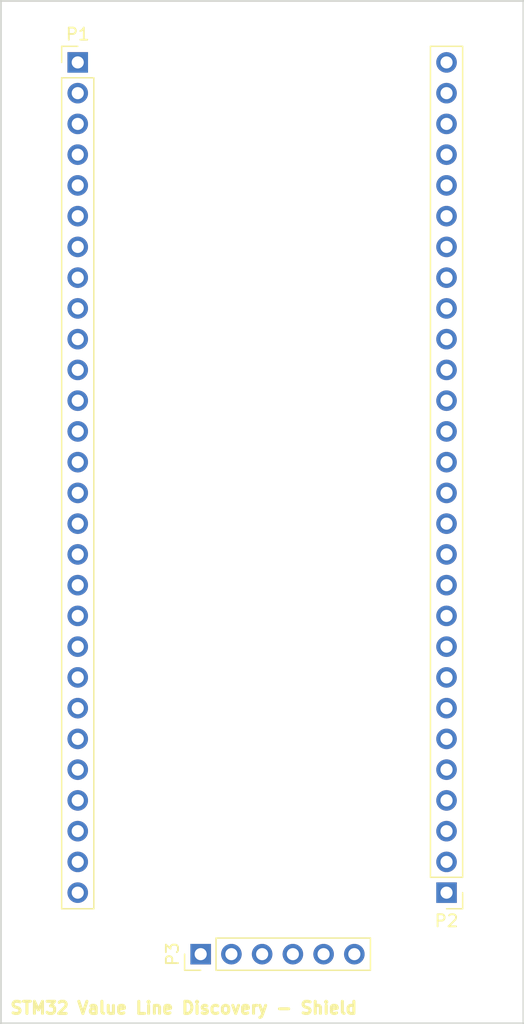
<source format=kicad_pcb>
(kicad_pcb (version 20240108) (generator "pcbnew") (generator_version "8.0")
  (title_block (title "STM32 Value Line Discovery - Shiled board") (rev "1.0"))
  (layers (0 "F.Cu" signal) (31 "B.Cu" signal) (34 "B.Paste" user) (35 "F.Paste" user) (36 "B.SilkS" user "B.Silkscreen") (37 "F.SilkS" user "F.Silkscreen") (38 "B.Mask" user) (39 "F.Mask" user) (44 "Edge.Cuts" user))
  (net 0 "")
  (net 1 "GND")
  (net 2 "/PB10")
  (net 3 "/PB11")
  (net 4 "/PB12")
  (net 5 "/PB13")
  (net 6 "/PB14")
  (net 7 "/PB15")
  (net 9 "+3V3")
  (net 10 "/VBAT")
  (net 11 "/PC13")
  (net 12 "/PC14")
  (net 13 "/PC15")
  (net 14 "/PD0")
  (net 15 "/PD1")
  (net 16 "/RST")
  (net 17 "/PC0")
  (net 18 "/PC1")
  (net 19 "/PC2")
  (net 20 "/PC3")
  (net 21 "/PA0")
  (net 22 "/PA1")
  (net 23 "/PA2")
  (net 24 "/PA3")
  (net 25 "/PA4")
  (net 26 "/PA5")
  (net 27 "/PA6")
  (net 28 "/PA7")
  (net 29 "/PC4")
  (net 30 "/PC5")
  (net 31 "/PB0")
  (net 32 "/PB1")
  (net 33 "/PB2")
  (net 35 "+5V")
  (net 36 "/PB9")
  (net 37 "/PB8")
  (net 38 "/BOOT")
  (net 39 "/PB7")
  (net 40 "/PB6")
  (net 41 "/PB5")
  (net 42 "/PB4")
  (net 43 "/PB3")
  (net 44 "/PD2")
  (net 45 "/PC12")
  (net 46 "/PC11")
  (net 47 "/PC10")
  (net 48 "/PA15")
  (net 49 "/PA14")
  (net 50 "/PA13")
  (net 51 "/PA12")
  (net 52 "/PA11")
  (net 53 "/PA10")
  (net 54 "/PA9")
  (net 55 "/PA8")
  (net 56 "/PC9")
  (net 57 "/PC8")
  (net 58 "/PC7")
  (net 59 "/PC6")
  (footprint "Connector_PinHeader_2.54mm:PinHeader_1x28_P2.54mm_Vertical" (layer "F.Cu") (at 39.37 39.37)
    (property "Reference" "P1" (at 0 -2.33 0) (layer "F.SilkS"))
    (property "Value" "CONN28")
    (fp_line (start -1.33 -1.33) (end 0 -1.33) (stroke (width 0.12)) (layer "F.SilkS"))
    (fp_line (start -1.33 0) (end -1.33 -1.33) (stroke (width 0.12)) (layer "F.SilkS"))
    (fp_line (start -1.33 1.27) (end -1.33 69.91) (stroke (width 0.12)) (layer "F.SilkS"))
    (fp_line (start -1.33 1.27) (end 1.33 1.27) (stroke (width 0.12)) (layer "F.SilkS"))
    (fp_line (start -1.33 69.91) (end 1.33 69.91) (stroke (width 0.12)) (layer "F.SilkS"))
    (fp_line (start 1.33 1.27) (end 1.33 69.91) (stroke (width 0.12)) (layer "F.SilkS"))
    (pad "1" thru_hole rect (at 0 0) (size 1.7 1.7) (drill 1) (layers "*.Cu" "*.Mask") (net 1 "GND"))
    (pad "2" thru_hole oval (at 0 2.54) (size 1.7 1.7) (drill 1) (layers "*.Cu" "*.Mask"))
    (pad "3" thru_hole oval (at 0 5.08) (size 1.7 1.7) (drill 1) (layers "*.Cu" "*.Mask") (net 9 "+3V3"))
    (pad "4" thru_hole oval (at 0 7.62) (size 1.7 1.7) (drill 1) (layers "*.Cu" "*.Mask") (net 10 "/VBAT"))
    (pad "5" thru_hole oval (at 0 10.16) (size 1.7 1.7) (drill 1) (layers "*.Cu" "*.Mask") (net 11 "/PC13"))
    (pad "6" thru_hole oval (at 0 12.7) (size 1.7 1.7) (drill 1) (layers "*.Cu" "*.Mask") (net 12 "/PC14"))
    (pad "7" thru_hole oval (at 0 15.24) (size 1.7 1.7) (drill 1) (layers "*.Cu" "*.Mask") (net 13 "/PC15"))
    (pad "8" thru_hole oval (at 0 17.78) (size 1.7 1.7) (drill 1) (layers "*.Cu" "*.Mask") (net 14 "/PD0"))
    (pad "9" thru_hole oval (at 0 20.32) (size 1.7 1.7) (drill 1) (layers "*.Cu" "*.Mask") (net 15 "/PD1"))
    (pad "10" thru_hole oval (at 0 22.86) (size 1.7 1.7) (drill 1) (layers "*.Cu" "*.Mask") (net 16 "/RST"))
    (pad "11" thru_hole oval (at 0 25.4) (size 1.7 1.7) (drill 1) (layers "*.Cu" "*.Mask") (net 17 "/PC0"))
    (pad "12" thru_hole oval (at 0 27.94) (size 1.7 1.7) (drill 1) (layers "*.Cu" "*.Mask") (net 18 "/PC1"))
    (pad "13" thru_hole oval (at 0 30.48) (size 1.7 1.7) (drill 1) (layers "*.Cu" "*.Mask") (net 19 "/PC2"))
    (pad "14" thru_hole oval (at 0 33.02) (size 1.7 1.7) (drill 1) (layers "*.Cu" "*.Mask") (net 20 "/PC3"))
    (pad "15" thru_hole oval (at 0 35.56) (size 1.7 1.7) (drill 1) (layers "*.Cu" "*.Mask") (net 21 "/PA0"))
    (pad "16" thru_hole oval (at 0 38.1) (size 1.7 1.7) (drill 1) (layers "*.Cu" "*.Mask") (net 22 "/PA1"))
    (pad "17" thru_hole oval (at 0 40.64) (size 1.7 1.7) (drill 1) (layers "*.Cu" "*.Mask") (net 23 "/PA2"))
    (pad "18" thru_hole oval (at 0 43.18) (size 1.7 1.7) (drill 1) (layers "*.Cu" "*.Mask") (net 24 "/PA3"))
    (pad "19" thru_hole oval (at 0 45.72) (size 1.7 1.7) (drill 1) (layers "*.Cu" "*.Mask") (net 25 "/PA4"))
    (pad "20" thru_hole oval (at 0 48.26) (size 1.7 1.7) (drill 1) (layers "*.Cu" "*.Mask") (net 26 "/PA5"))
    (pad "21" thru_hole oval (at 0 50.8) (size 1.7 1.7) (drill 1) (layers "*.Cu" "*.Mask") (net 27 "/PA6"))
    (pad "22" thru_hole oval (at 0 53.34) (size 1.7 1.7) (drill 1) (layers "*.Cu" "*.Mask") (net 28 "/PA7"))
    (pad "23" thru_hole oval (at 0 55.88) (size 1.7 1.7) (drill 1) (layers "*.Cu" "*.Mask") (net 29 "/PC4"))
    (pad "24" thru_hole oval (at 0 58.42) (size 1.7 1.7) (drill 1) (layers "*.Cu" "*.Mask") (net 30 "/PC5"))
    (pad "25" thru_hole oval (at 0 60.96) (size 1.7 1.7) (drill 1) (layers "*.Cu" "*.Mask") (net 31 "/PB0"))
    (pad "26" thru_hole oval (at 0 63.5) (size 1.7 1.7) (drill 1) (layers "*.Cu" "*.Mask") (net 32 "/PB1"))
    (pad "27" thru_hole oval (at 0 66.04) (size 1.7 1.7) (drill 1) (layers "*.Cu" "*.Mask") (net 33 "/PB2"))
    (pad "28" thru_hole oval (at 0 68.58) (size 1.7 1.7) (drill 1) (layers "*.Cu" "*.Mask") (net 1 "GND"))
  )
  (footprint "Connector_PinHeader_2.54mm:PinHeader_1x28_P2.54mm_Vertical" (layer "F.Cu") (at 69.85 107.95 180)
    (property "Reference" "P2" (at 0 -2.33 180) (layer "F.SilkS"))
    (property "Value" "CONN28")
    (fp_line (start 1.33 1.27) (end 1.33 69.91) (stroke (width 0.12)) (layer "F.SilkS"))
    (fp_line (start -1.33 69.91) (end 1.33 69.91) (stroke (width 0.12)) (layer "F.SilkS"))
    (fp_line (start -1.33 1.27) (end 1.33 1.27) (stroke (width 0.12)) (layer "F.SilkS"))
    (fp_line (start -1.33 1.27) (end -1.33 69.91) (stroke (width 0.12)) (layer "F.SilkS"))
    (fp_line (start -1.33 0) (end -1.33 -1.33) (stroke (width 0.12)) (layer "F.SilkS"))
    (fp_line (start -1.33 -1.33) (end 0 -1.33) (stroke (width 0.12)) (layer "F.SilkS"))
    (pad "1" thru_hole rect (at 0 0 180) (size 1.7 1.7) (drill 1) (layers "*.Cu" "*.Mask") (net 1 "GND"))
    (pad "2" thru_hole oval (at 0 2.54 180) (size 1.7 1.7) (drill 1) (layers "*.Cu" "*.Mask") (net 59 "/PC6"))
    (pad "3" thru_hole oval (at 0 5.08 180) (size 1.7 1.7) (drill 1) (layers "*.Cu" "*.Mask") (net 58 "/PC7"))
    (pad "4" thru_hole oval (at 0 7.62 180) (size 1.7 1.7) (drill 1) (layers "*.Cu" "*.Mask") (net 57 "/PC8"))
    (pad "5" thru_hole oval (at 0 10.16 180) (size 1.7 1.7) (drill 1) (layers "*.Cu" "*.Mask") (net 56 "/PC9"))
    (pad "6" thru_hole oval (at 0 12.7 180) (size 1.7 1.7) (drill 1) (layers "*.Cu" "*.Mask") (net 55 "/PA8"))
    (pad "7" thru_hole oval (at 0 15.24 180) (size 1.7 1.7) (drill 1) (layers "*.Cu" "*.Mask") (net 54 "/PA9"))
    (pad "8" thru_hole oval (at 0 17.78 180) (size 1.7 1.7) (drill 1) (layers "*.Cu" "*.Mask") (net 53 "/PA10"))
    (pad "9" thru_hole oval (at 0 20.32 180) (size 1.7 1.7) (drill 1) (layers "*.Cu" "*.Mask") (net 52 "/PA11"))
    (pad "10" thru_hole oval (at 0 22.86 180) (size 1.7 1.7) (drill 1) (layers "*.Cu" "*.Mask") (net 51 "/PA12"))
    (pad "11" thru_hole oval (at 0 25.4 180) (size 1.7 1.7) (drill 1) (layers "*.Cu" "*.Mask") (net 50 "/PA13"))
    (pad "12" thru_hole oval (at 0 27.94 180) (size 1.7 1.7) (drill 1) (layers "*.Cu" "*.Mask") (net 49 "/PA14"))
    (pad "13" thru_hole oval (at 0 30.48 180) (size 1.7 1.7) (drill 1) (layers "*.Cu" "*.Mask") (net 48 "/PA15"))
    (pad "14" thru_hole oval (at 0 33.02 180) (size 1.7 1.7) (drill 1) (layers "*.Cu" "*.Mask") (net 47 "/PC10"))
    (pad "15" thru_hole oval (at 0 35.56 180) (size 1.7 1.7) (drill 1) (layers "*.Cu" "*.Mask") (net 46 "/PC11"))
    (pad "16" thru_hole oval (at 0 38.1 180) (size 1.7 1.7) (drill 1) (layers "*.Cu" "*.Mask") (net 45 "/PC12"))
    (pad "17" thru_hole oval (at 0 40.64 180) (size 1.7 1.7) (drill 1) (layers "*.Cu" "*.Mask") (net 44 "/PD2"))
    (pad "18" thru_hole oval (at 0 43.18 180) (size 1.7 1.7) (drill 1) (layers "*.Cu" "*.Mask") (net 43 "/PB3"))
    (pad "19" thru_hole oval (at 0 45.72 180) (size 1.7 1.7) (drill 1) (layers "*.Cu" "*.Mask") (net 42 "/PB4"))
    (pad "20" thru_hole oval (at 0 48.26 180) (size 1.7 1.7) (drill 1) (layers "*.Cu" "*.Mask") (net 41 "/PB5"))
    (pad "21" thru_hole oval (at 0 50.8 180) (size 1.7 1.7) (drill 1) (layers "*.Cu" "*.Mask") (net 40 "/PB6"))
    (pad "22" thru_hole oval (at 0 53.34 180) (size 1.7 1.7) (drill 1) (layers "*.Cu" "*.Mask") (net 39 "/PB7"))
    (pad "23" thru_hole oval (at 0 55.88 180) (size 1.7 1.7) (drill 1) (layers "*.Cu" "*.Mask") (net 38 "/BOOT"))
    (pad "24" thru_hole oval (at 0 58.42 180) (size 1.7 1.7) (drill 1) (layers "*.Cu" "*.Mask") (net 37 "/PB8"))
    (pad "25" thru_hole oval (at 0 60.96 180) (size 1.7 1.7) (drill 1) (layers "*.Cu" "*.Mask") (net 36 "/PB9"))
    (pad "26" thru_hole oval (at 0 63.5 180) (size 1.7 1.7) (drill 1) (layers "*.Cu" "*.Mask") (net 35 "+5V"))
    (pad "27" thru_hole oval (at 0 66.04 180) (size 1.7 1.7) (drill 1) (layers "*.Cu" "*.Mask"))
    (pad "28" thru_hole oval (at 0 68.58 180) (size 1.7 1.7) (drill 1) (layers "*.Cu" "*.Mask") (net 1 "GND"))
  )
  (footprint "Connector_PinHeader_2.54mm:PinHeader_1x06_P2.54mm_Vertical" (layer "F.Cu") (at 49.53 113.03 90)
    (property "Reference" "P3" (at 0 -2.33 90) (layer "F.SilkS"))
    (property "Value" "CONN6")
    (fp_line (start -1.33 -1.33) (end 0 -1.33) (stroke (width 0.12)) (layer "F.SilkS"))
    (fp_line (start -1.33 0) (end -1.33 -1.33) (stroke (width 0.12)) (layer "F.SilkS"))
    (fp_line (start 1.33 1.27) (end 1.33 14.03) (stroke (width 0.12)) (layer "F.SilkS"))
    (fp_line (start -1.33 1.27) (end 1.33 1.27) (stroke (width 0.12)) (layer "F.SilkS"))
    (fp_line (start -1.33 1.27) (end -1.33 14.03) (stroke (width 0.12)) (layer "F.SilkS"))
    (fp_line (start -1.33 14.03) (end 1.33 14.03) (stroke (width 0.12)) (layer "F.SilkS"))
    (pad "1" thru_hole rect (at 0 0 90) (size 1.7 1.7) (drill 1) (layers "*.Cu" "*.Mask") (net 2 "/PB10"))
    (pad "2" thru_hole oval (at 0 2.54 90) (size 1.7 1.7) (drill 1) (layers "*.Cu" "*.Mask") (net 3 "/PB11"))
    (pad "3" thru_hole oval (at 0 5.08 90) (size 1.7 1.7) (drill 1) (layers "*.Cu" "*.Mask") (net 4 "/PB12"))
    (pad "4" thru_hole oval (at 0 7.62 90) (size 1.7 1.7) (drill 1) (layers "*.Cu" "*.Mask") (net 5 "/PB13"))
    (pad "5" thru_hole oval (at 0 10.16 90) (size 1.7 1.7) (drill 1) (layers "*.Cu" "*.Mask") (net 6 "/PB14"))
    (pad "6" thru_hole oval (at 0 12.7 90) (size 1.7 1.7) (drill 1) (layers "*.Cu" "*.Mask") (net 7 "/PB15"))
  )
  (gr_line (start 76.2 118.745) (end 33.02 118.745) (stroke (width 0.14986)) (layer "Edge.Cuts"))
  (gr_line (start 33.02 34.29) (end 33.02 118.745) (stroke (width 0.14986)) (layer "Edge.Cuts"))
  (gr_line (start 33.02 34.29) (end 76.2 34.29) (stroke (width 0.14986)) (layer "Edge.Cuts"))
  (gr_line (start 76.2 118.745) (end 76.2 34.29) (stroke (width 0.14986)) (layer "Edge.Cuts"))
  (gr_text "STM32 Value Line Discovery - Shield" (at 48.133 117.475 0) (layer "F.SilkS") (effects (font (size 1.00076 1.00076) (thickness 0.25146))))
)
</source>
